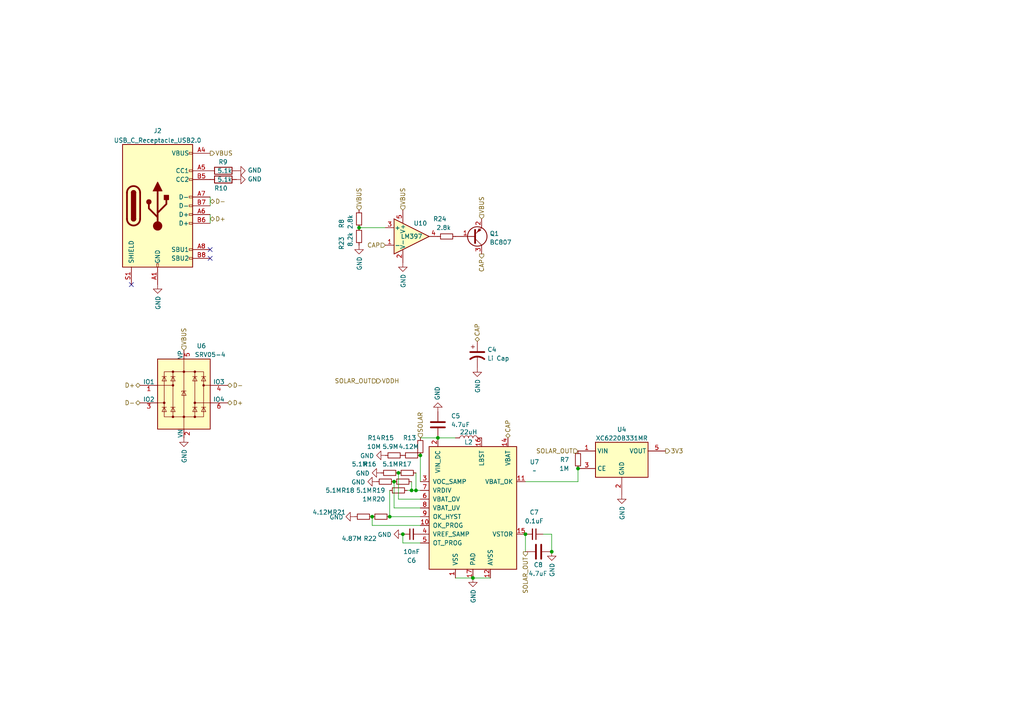
<source format=kicad_sch>
(kicad_sch (version 20211123) (generator eeschema)
  (paper "A4")
  (lib_symbols
    (symbol "Battery_Management:BQ25504" (pin_names (offset 1.016))
      (property "Reference" "U" (at -7.62 20.32 0))
      (property "Value" "BQ25504" (at -7.62 22.86 0))
      (symbol "BQ25504_0_1"
        (rectangle (start -12.7 17.78) (end 12.7 -17.78) (stroke (width 0.254)) (fill (type background)))
      )
      (symbol "BQ25504_1_1"
        (pin power_in line (at -5.08 -20.32 90) (length 2.54) (name "VSS") (number "1"))
        (pin input line (at -15.24 -5.08 0) (length 2.54) (name "OK_PROG") (number "10"))
        (pin output line (at 15.24 7.62 180) (length 2.54) (name "VBAT_OK") (number "11"))
        (pin power_in line (at 5.08 -20.32 90) (length 2.54) (name "AVSS") (number "12"))
        (pin passive line (at -5.08 -20.32 90) (length 2.54) hide (name "VSS") (number "13"))
        (pin power_out line (at 10.16 20.32 270) (length 2.54) (name "VBAT") (number "14"))
        (pin bidirectional line (at 15.24 -7.62 180) (length 2.54) (name "VSTOR") (number "15"))
        (pin bidirectional line (at 2.54 20.32 270) (length 2.54) (name "LBST") (number "16"))
        (pin passive line (at 0 -20.32 90) (length 2.54) (name "PAD") (number "17"))
        (pin power_in line (at -10.16 20.32 270) (length 2.54) (name "VIN_DC") (number "2"))
        (pin input line (at -15.24 7.62 0) (length 2.54) (name "VOC_SAMP") (number "3"))
        (pin bidirectional line (at -15.24 -7.62 0) (length 2.54) (name "VREF_SAMP") (number "4"))
        (pin input line (at -15.24 -10.16 0) (length 2.54) (name "OT_PROG") (number "5"))
        (pin input line (at -15.24 2.54 0) (length 2.54) (name "VBAT_OV") (number "6"))
        (pin output line (at -15.24 5.08 0) (length 2.54) (name "VRDIV") (number "7"))
        (pin input line (at -15.24 0 0) (length 2.54) (name "VBAT_UV") (number "8"))
        (pin input line (at -15.24 -2.54 0) (length 2.54) (name "OK_HYST") (number "9"))
      )
    )
    (symbol "Comparator:LM397" (pin_names (offset 0.127))
      (property "Reference" "U" (at 1.27 5.08 0))
      (property "Value" "LM397" (at 3.81 -5.08 0))
      (symbol "LM397_0_1"
        (polyline (pts (xy -5.08 5.08) (xy 5.08 0) (xy -5.08 -5.08) (xy -5.08 5.08)) (stroke (width 0.254)) (fill (type background)))
      )
      (symbol "LM397_1_1"
        (pin input line (at -7.62 -2.54 0) (length 2.54) (name "-") (number "1"))
        (pin power_in line (at -2.54 -7.62 90) (length 3.81) (name "V-") (number "2"))
        (pin input line (at -7.62 2.54 0) (length 2.54) (name "+") (number "3"))
        (pin open_collector line (at 7.62 0 180) (length 2.54) (name "~") (number "4"))
        (pin power_in line (at -2.54 7.62 270) (length 3.81) (name "V+") (number "5"))
      )
    )
    (symbol "Connector:USB_C_Receptacle_USB2.0" (pin_names (offset 1.016))
      (property "Reference" "J" (at -10.16 19.05 0))
      (property "Value" "USB_C_Receptacle_USB2.0" (at 19.05 19.05 0))
      (symbol "USB_C_Receptacle_USB2.0_0_0"
        (rectangle (start -0.254 -17.78) (end 0.254 -16.764))
        (rectangle (start 10.16 -14.986) (end 9.144 -15.494))
        (rectangle (start 10.16 -12.446) (end 9.144 -12.954))
        (rectangle (start 10.16 -4.826) (end 9.144 -5.334))
        (rectangle (start 10.16 -2.286) (end 9.144 -2.794))
        (rectangle (start 10.16 0.254) (end 9.144 -0.254))
        (rectangle (start 10.16 2.794) (end 9.144 2.286))
        (rectangle (start 10.16 7.874) (end 9.144 7.366))
        (rectangle (start 10.16 10.414) (end 9.144 9.906))
        (rectangle (start 10.16 15.494) (end 9.144 14.986))
      )
      (symbol "USB_C_Receptacle_USB2.0_0_1"
        (rectangle (start -10.16 17.78) (end 10.16 -17.78) (stroke (width 0.254)) (fill (type background)))
        (arc (start -8.89 -3.81) (mid -6.985 -5.715) (end -5.08 -3.81) (stroke (width 0.508)))
        (arc (start -7.62 -3.81) (mid -6.985 -4.445) (end -6.35 -3.81) (stroke (width 0.254)))
        (arc (start -7.62 -3.81) (mid -6.985 -4.445) (end -6.35 -3.81) (stroke (width 0.254)) (fill (type outline)))
        (rectangle (start -7.62 -3.81) (end -6.35 3.81) (stroke (width 0.254)) (fill (type outline)))
        (arc (start -6.35 3.81) (mid -6.985 4.445) (end -7.62 3.81) (stroke (width 0.254)))
        (arc (start -6.35 3.81) (mid -6.985 4.445) (end -7.62 3.81) (stroke (width 0.254)) (fill (type outline)))
        (arc (start -5.08 3.81) (mid -6.985 5.715) (end -8.89 3.81) (stroke (width 0.508)))
        (circle (center -2.54 1.143) (radius 0.635) (stroke (width 0.254)) (fill (type outline)))
        (circle (center 0 -5.842) (radius 1.27) (fill (type outline)))
        (polyline (pts (xy -8.89 -3.81) (xy -8.89 3.81)) (stroke (width 0.508)))
        (polyline (pts (xy -5.08 3.81) (xy -5.08 -3.81)) (stroke (width 0.508)))
        (polyline (pts (xy 0 -5.842) (xy 0 4.318)) (stroke (width 0.508)))
        (polyline (pts (xy 0 -3.302) (xy -2.54 -0.762) (xy -2.54 0.508)) (stroke (width 0.508)))
        (polyline (pts (xy 0 -2.032) (xy 2.54 0.508) (xy 2.54 1.778)) (stroke (width 0.508)))
        (polyline (pts (xy -1.27 4.318) (xy 0 6.858) (xy 1.27 4.318) (xy -1.27 4.318)) (stroke (width 0.254)) (fill (type outline)))
        (rectangle (start 1.905 1.778) (end 3.175 3.048) (stroke (width 0.254)) (fill (type outline)))
      )
      (symbol "USB_C_Receptacle_USB2.0_1_1"
        (pin passive line (at 0 -22.86 90) (length 5.08) (name "GND") (number "A1"))
        (pin passive line (at 0 -22.86 90) (length 5.08) hide (name "GND") (number "A12"))
        (pin passive line (at 15.24 15.24 180) (length 5.08) (name "VBUS") (number "A4"))
        (pin bidirectional line (at 15.24 10.16 180) (length 5.08) (name "CC1") (number "A5"))
        (pin bidirectional line (at 15.24 -2.54 180) (length 5.08) (name "D+") (number "A6"))
        (pin bidirectional line (at 15.24 2.54 180) (length 5.08) (name "D-") (number "A7"))
        (pin bidirectional line (at 15.24 -12.7 180) (length 5.08) (name "SBU1") (number "A8"))
        (pin passive line (at 15.24 15.24 180) (length 5.08) hide (name "VBUS") (number "A9"))
        (pin passive line (at 0 -22.86 90) (length 5.08) hide (name "GND") (number "B1"))
        (pin passive line (at 0 -22.86 90) (length 5.08) hide (name "GND") (number "B12"))
        (pin passive line (at 15.24 15.24 180) (length 5.08) hide (name "VBUS") (number "B4"))
        (pin bidirectional line (at 15.24 7.62 180) (length 5.08) (name "CC2") (number "B5"))
        (pin bidirectional line (at 15.24 -5.08 180) (length 5.08) (name "D+") (number "B6"))
        (pin bidirectional line (at 15.24 0 180) (length 5.08) (name "D-") (number "B7"))
        (pin bidirectional line (at 15.24 -15.24 180) (length 5.08) (name "SBU2") (number "B8"))
        (pin passive line (at 15.24 15.24 180) (length 5.08) hide (name "VBUS") (number "B9"))
        (pin passive line (at -7.62 -22.86 90) (length 5.08) (name "SHIELD") (number "S1"))
      )
    )
    (symbol "Device:C" (pin_numbers hide) (pin_names (offset 0.254))
      (property "Reference" "C" (at 0.635 2.54 0))
      (property "Value" "C" (at 0.635 -2.54 0))
      (symbol "C_0_1"
        (polyline (pts (xy -2.032 -0.762) (xy 2.032 -0.762)) (stroke (width 0.508)))
        (polyline (pts (xy -2.032 0.762) (xy 2.032 0.762)) (stroke (width 0.508)))
      )
      (symbol "C_1_1"
        (pin passive line (at 0 3.81 270) (length 2.794) (name "~") (number "1"))
        (pin passive line (at 0 -3.81 90) (length 2.794) (name "~") (number "2"))
      )
    )
    (symbol "Device:C_Polarized_US" (pin_numbers hide) (pin_names (offset 0.254) hide)
      (property "Reference" "C" (at 0.635 2.54 0))
      (property "Value" "C_Polarized_US" (at 0.635 -2.54 0))
      (symbol "C_Polarized_US_0_1"
        (polyline (pts (xy -2.032 0.762) (xy 2.032 0.762)) (stroke (width 0.508)))
        (polyline (pts (xy -1.778 2.286) (xy -0.762 2.286)))
        (polyline (pts (xy -1.27 1.778) (xy -1.27 2.794)))
        (arc (start 2.032 -1.27) (mid 0 -0.5572) (end -2.032 -1.27) (stroke (width 0.508)))
      )
      (symbol "C_Polarized_US_1_1"
        (pin passive line (at 0 3.81 270) (length 2.794) (name "~") (number "1"))
        (pin passive line (at 0 -3.81 90) (length 3.302) (name "~") (number "2"))
      )
    )
    (symbol "Device:C_Small" (pin_numbers hide) (pin_names (offset 0.254) hide)
      (property "Reference" "C" (at 0.254 1.778 0))
      (property "Value" "C_Small" (at 0.254 -2.032 0))
      (symbol "C_Small_0_1"
        (polyline (pts (xy -1.524 -0.508) (xy 1.524 -0.508)) (stroke (width 0.3302)))
        (polyline (pts (xy -1.524 0.508) (xy 1.524 0.508)) (stroke (width 0.3048)))
      )
      (symbol "C_Small_1_1"
        (pin passive line (at 0 2.54 270) (length 2.032) (name "~") (number "1"))
        (pin passive line (at 0 -2.54 90) (length 2.032) (name "~") (number "2"))
      )
    )
    (symbol "Device:L" (pin_numbers hide) (pin_names (offset 1.016) hide)
      (property "Reference" "L" (at -1.27 0 90))
      (property "Value" "L" (at 1.905 0 90))
      (symbol "L_0_1"
        (arc (start 0 -2.54) (mid 0.635 -1.905) (end 0 -1.27))
        (arc (start 0 -1.27) (mid 0.635 -0.635) (end 0 0))
        (arc (start 0 0) (mid 0.635 0.635) (end 0 1.27))
        (arc (start 0 1.27) (mid 0.635 1.905) (end 0 2.54))
      )
      (symbol "L_1_1"
        (pin passive line (at 0 3.81 270) (length 1.27) (name "1") (number "1"))
        (pin passive line (at 0 -3.81 90) (length 1.27) (name "2") (number "2"))
      )
    )
    (symbol "Device:R" (pin_numbers hide) (pin_names (offset 0))
      (property "Reference" "R" (at 2.032 0 90))
      (property "Value" "R" (at 0 0 90))
      (symbol "R_0_1"
        (rectangle (start -1.016 -2.54) (end 1.016 2.54) (stroke (width 0.254)))
      )
      (symbol "R_1_1"
        (pin passive line (at 0 3.81 270) (length 1.27) (name "~") (number "1"))
        (pin passive line (at 0 -3.81 90) (length 1.27) (name "~") (number "2"))
      )
    )
    (symbol "Device:R_Small" (pin_numbers hide) (pin_names (offset 0.254) hide)
      (property "Reference" "R" (at 0.762 0.508 0))
      (property "Value" "R_Small" (at 0.762 -1.016 0))
      (symbol "R_Small_0_1"
        (rectangle (start -0.762 1.778) (end 0.762 -1.778) (stroke (width 0.2032)))
      )
      (symbol "R_Small_1_1"
        (pin passive line (at 0 2.54 270) (length 0.762) (name "~") (number "1"))
        (pin passive line (at 0 -2.54 90) (length 0.762) (name "~") (number "2"))
      )
    )
    (symbol "Power_Protection:SRV05-4" (pin_names (offset 0))
      (property "Reference" "U" (at -5.08 11.43 0))
      (property "Value" "SRV05-4" (at 2.54 11.43 0))
      (symbol "SRV05-4_0_0"
        (rectangle (start -5.715 6.477) (end 5.715 -6.604))
        (polyline (pts (xy -3.175 -6.604) (xy -3.175 6.477)))
        (polyline (pts (xy 3.175 6.477) (xy 3.175 -6.604)))
      )
      (symbol "SRV05-4_0_1"
        (rectangle (start -7.62 10.16) (end 7.62 -10.16) (stroke (width 0.254)) (fill (type background)))
        (circle (center -5.715 -2.54) (radius 0.2794) (fill (type outline)))
        (circle (center -3.175 -6.604) (radius 0.2794) (fill (type outline)))
        (circle (center -3.175 2.54) (radius 0.2794) (fill (type outline)))
        (circle (center -3.175 6.477) (radius 0.2794) (fill (type outline)))
        (circle (center 0 -6.604) (radius 0.2794) (fill (type outline)))
        (polyline (pts (xy -7.747 2.54) (xy -3.175 2.54)))
        (polyline (pts (xy -7.62 -2.54) (xy -5.715 -2.54)))
        (polyline (pts (xy -5.08 -3.81) (xy -6.35 -3.81)))
        (polyline (pts (xy -5.08 5.08) (xy -6.35 5.08)))
        (polyline (pts (xy -2.54 -3.81) (xy -3.81 -3.81)))
        (polyline (pts (xy -2.54 5.08) (xy -3.81 5.08)))
        (polyline (pts (xy 0 10.16) (xy 0 -10.16)))
        (polyline (pts (xy 3.81 -3.81) (xy 2.54 -3.81)))
        (polyline (pts (xy 3.81 5.08) (xy 2.54 5.08)))
        (polyline (pts (xy 6.35 -3.81) (xy 5.08 -3.81)))
        (polyline (pts (xy 6.35 5.08) (xy 5.08 5.08)))
        (polyline (pts (xy 7.62 -2.54) (xy 3.175 -2.54)))
        (polyline (pts (xy 7.62 2.54) (xy 5.715 2.54)))
        (polyline (pts (xy 0.635 0.889) (xy -0.635 0.889) (xy -0.635 0.635)))
        (polyline (pts (xy -5.08 -5.08) (xy -6.35 -5.08) (xy -5.715 -3.81) (xy -5.08 -5.08)))
        (polyline (pts (xy -5.08 3.81) (xy -6.35 3.81) (xy -5.715 5.08) (xy -5.08 3.81)))
        (polyline (pts (xy -2.54 -5.08) (xy -3.81 -5.08) (xy -3.175 -3.81) (xy -2.54 -5.08)))
        (polyline (pts (xy -2.54 3.81) (xy -3.81 3.81) (xy -3.175 5.08) (xy -2.54 3.81)))
        (polyline (pts (xy 0.635 -0.381) (xy -0.635 -0.381) (xy 0 0.889) (xy 0.635 -0.381)))
        (polyline (pts (xy 3.81 -5.08) (xy 2.54 -5.08) (xy 3.175 -3.81) (xy 3.81 -5.08)))
        (polyline (pts (xy 3.81 3.81) (xy 2.54 3.81) (xy 3.175 5.08) (xy 3.81 3.81)))
        (polyline (pts (xy 6.35 -5.08) (xy 5.08 -5.08) (xy 5.715 -3.81) (xy 6.35 -5.08)))
        (polyline (pts (xy 6.35 3.81) (xy 5.08 3.81) (xy 5.715 5.08) (xy 6.35 3.81)))
        (circle (center 0 6.477) (radius 0.2794) (fill (type outline)))
        (circle (center 3.175 -6.604) (radius 0.2794) (fill (type outline)))
        (circle (center 3.175 -2.54) (radius 0.2794) (fill (type outline)))
        (circle (center 3.175 6.477) (radius 0.2794) (fill (type outline)))
        (circle (center 5.715 2.54) (radius 0.2794) (fill (type outline)))
      )
      (symbol "SRV05-4_1_1"
        (pin passive line (at -12.7 2.54 0) (length 5.08) (name "IO1") (number "1"))
        (pin passive line (at 0 -12.7 90) (length 2.54) (name "VN") (number "2"))
        (pin passive line (at -12.7 -2.54 0) (length 5.08) (name "IO2") (number "3"))
        (pin passive line (at 12.7 2.54 180) (length 5.08) (name "IO3") (number "4"))
        (pin passive line (at 0 12.7 270) (length 2.54) (name "VP") (number "5"))
        (pin passive line (at 12.7 -2.54 180) (length 5.08) (name "IO4") (number "6"))
      )
    )
    (symbol "Regulator_Linear:XC6220B331MR"
      (property "Reference" "U" (at 0 8.89 0))
      (property "Value" "XC6220B331MR" (at 0 6.35 0))
      (symbol "XC6220B331MR_0_1"
        (rectangle (start -7.62 5.08) (end 7.62 -5.08) (stroke (width 0.254)) (fill (type background)))
      )
      (symbol "XC6220B331MR_1_1"
        (pin power_in line (at -12.7 2.54 0) (length 5.08) (name "VIN") (number "1"))
        (pin power_in line (at 0 -10.16 90) (length 5.08) (name "GND") (number "2"))
        (pin input line (at -12.7 -2.54 0) (length 5.08) (name "CE") (number "3"))
        (pin no_connect line (at 12.7 -2.54 180) (length 5.08) hide (name "NC") (number "4"))
        (pin power_out line (at 12.7 2.54 180) (length 5.08) (name "VOUT") (number "5"))
      )
    )
    (symbol "Transistor_BJT:BC807" (pin_names (offset 0) hide)
      (property "Reference" "Q" (at 5.08 1.905 0))
      (property "Value" "BC807" (at 5.08 0 0))
      (symbol "BC807_0_1"
        (polyline (pts (xy 0.635 0.635) (xy 2.54 2.54)))
        (polyline (pts (xy 0.635 -0.635) (xy 2.54 -2.54) (xy 2.54 -2.54)))
        (polyline (pts (xy 0.635 1.905) (xy 0.635 -1.905) (xy 0.635 -1.905)) (stroke (width 0.508)))
        (polyline (pts (xy 2.286 -1.778) (xy 1.778 -2.286) (xy 1.27 -1.27) (xy 2.286 -1.778) (xy 2.286 -1.778)) (fill (type outline)))
        (circle (center 1.27 0) (radius 2.8194) (stroke (width 0.254)))
      )
      (symbol "BC807_1_1"
        (pin input line (at -5.08 0 0) (length 5.715) (name "B") (number "1"))
        (pin passive line (at 2.54 -5.08 90) (length 2.54) (name "E") (number "2"))
        (pin passive line (at 2.54 5.08 270) (length 2.54) (name "C") (number "3"))
      )
    )
    (symbol "power:GND" (power) (pin_names (offset 0))
      (property "Value" "GND" (at 0 -3.81 0))
      (symbol "GND_0_1"
        (polyline (pts (xy 0 0) (xy 0 -1.27) (xy 1.27 -1.27) (xy 0 -2.54) (xy -1.27 -1.27) (xy 0 -1.27)))
      )
      (symbol "GND_1_1"
        (pin power_in line (at 0 0 270) (length 0) hide (name "GND") (number "1"))
      )
    )
  )
  (junction (at 137.16 167.64))
  (junction (at 120.65 142.24))
  (junction (at 113.03 149.86))
  (junction (at 152.4 154.94))
  (junction (at 167.64 135.89))
  (junction (at 160.02 160.02))
  (junction (at 107.95 149.86))
  (junction (at 116.84 154.94))
  (junction (at 104.14 66.04))
  (junction (at 114.3 139.7))
  (junction (at 115.57 137.16))
  (junction (at 119.38 142.24))
  (junction (at 121.92 132.08))
  (junction (at 127 127))
  (no_connect (at 60.96 74.93))
  (no_connect (at 60.96 72.39))
  (no_connect (at 38.1 82.55))
  (wire (pts (xy 115.57 137.16) (xy 115.57 144.78)))
  (wire (pts (xy 113.03 142.24) (xy 113.03 149.86)))
  (wire (pts (xy 121.92 132.08) (xy 121.92 139.7)))
  (wire (pts (xy 120.65 137.16) (xy 120.65 142.24)))
  (wire (pts (xy 137.16 167.64) (xy 142.24 167.64)))
  (wire (pts (xy 114.3 147.32) (xy 121.92 147.32)))
  (wire (pts (xy 107.95 152.4) (xy 107.95 149.86)))
  (wire (pts (xy 119.38 142.24) (xy 120.65 142.24)))
  (wire (pts (xy 152.4 154.94) (xy 152.4 160.02)))
  (wire (pts (xy 104.14 66.04) (xy 111.76 66.04)))
  (wire (pts (xy 115.57 144.78) (xy 121.92 144.78)))
  (wire (pts (xy 157.48 154.94) (xy 160.02 154.94)))
  (wire (pts (xy 116.84 154.94) (xy 116.84 157.48)))
  (wire (pts (xy 114.3 139.7) (xy 114.3 147.32)))
  (wire (pts (xy 132.08 167.64) (xy 137.16 167.64)))
  (wire (pts (xy 60.96 62.23) (xy 60.96 64.77)))
  (wire (pts (xy 127 127) (xy 121.92 127)))
  (wire (pts (xy 113.03 149.86) (xy 121.92 149.86)))
  (wire (pts (xy 60.96 57.15) (xy 60.96 59.69)))
  (wire (pts (xy 120.65 142.24) (xy 121.92 142.24)))
  (wire (pts (xy 167.64 139.7) (xy 167.64 135.89)))
  (wire (pts (xy 127 127) (xy 132.08 127)))
  (wire (pts (xy 118.11 142.24) (xy 119.38 142.24)))
  (wire (pts (xy 121.92 152.4) (xy 107.95 152.4)))
  (wire (pts (xy 119.38 139.7) (xy 119.38 142.24)))
  (wire (pts (xy 160.02 154.94) (xy 160.02 160.02)))
  (wire (pts (xy 116.84 157.48) (xy 121.92 157.48)))
  (wire (pts (xy 152.4 139.7) (xy 167.64 139.7)))
  (hierarchical_label "VBUS" (shape input) (at 53.34 101.6 90))
  (hierarchical_label "D+" (shape bidirectional) (at 66.04 116.84 0))
  (hierarchical_label "VBUS" (shape input) (at 139.7 63.5 90))
  (hierarchical_label "VDDH" (shape output) (at 109.22 110.49 0))
  (hierarchical_label "3V3" (shape output) (at 193.04 130.81 0))
  (hierarchical_label "SOLAR" (shape input) (at 121.92 127 90))
  (hierarchical_label "CAP" (shape output) (at 139.7 73.66 270))
  (hierarchical_label "SOLAR_OUT" (shape input) (at 167.64 130.81 180))
  (hierarchical_label "D-" (shape bidirectional) (at 66.04 111.76 0))
  (hierarchical_label "CAP" (shape bidirectional) (at 147.32 127 90))
  (hierarchical_label "D-" (shape bidirectional) (at 40.64 116.84 180))
  (hierarchical_label "CAP" (shape input) (at 111.76 71.12 180))
  (hierarchical_label "VBUS" (shape input) (at 104.14 60.96 90))
  (hierarchical_label "VBUS" (shape input) (at 116.84 60.96 90))
  (hierarchical_label "VBUS" (shape output) (at 60.96 44.45 0))
  (hierarchical_label "SOLAR_OUT" (shape output) (at 152.4 160.02 270))
  (hierarchical_label "D-" (shape bidirectional) (at 60.96 58.42 0))
  (hierarchical_label "CAP" (shape bidirectional) (at 138.43 99.06 90))
  (hierarchical_label "D+" (shape bidirectional) (at 40.64 111.76 180))
  (hierarchical_label "D+" (shape bidirectional) (at 60.96 63.5 0))
  (hierarchical_label "SOLAR_OUT" (shape input) (at 109.22 110.49 180))
  (symbol (lib_id "Device:R_Small") (at 116.84 139.7 90) (unit 1)
    (property "Reference" "R19" (at 111.76 142.24 90) (effects (justify left)))
    (property "Value" "5.1M" (at 107.95 142.24 90) (effects (justify left)))
    (property "Footprint" "Resistor_SMD:R_0603_1608Metric" (effects hide))
  )
  (symbol (lib_id "Device:R") (at 64.77 49.53 270) (unit 1)
    (property "Reference" "R9" (at 66.04 46.99 90) (effects (justify right)))
    (property "Value" "5.1k" (at 67.31 49.53 90) (effects (justify right)))
    (property "Footprint" "Resistor_SMD:R_0603_1608Metric" (effects hide))
  )
  (symbol (lib_id "Device:C") (at 156.21 160.02 90) (unit 1)
    (property "Reference" "C8" (at 157.48 163.83 90) (effects (justify left)))
    (property "Value" "4.7uF" (at 158.75 166.37 90) (effects (justify left)))
    (property "Footprint" "Capacitor_SMD:C_0805_2012Metric" (effects hide))
  )
  (symbol (lib_id "power:GND") (at 104.14 71.12 0) (unit 1)
    (property "Reference" "#PWR03" (effects hide))
    (property "Value" "GND" (at 104.267 74.3712 90) (effects (justify right)))
  )
  (symbol (lib_id "power:GND") (at 180.34 143.51 0) (unit 1)
    (property "Reference" "#PWR0114" (effects hide))
    (property "Value" "GND" (at 180.467 146.7612 90) (effects (justify right)))
  )
  (symbol (lib_id "Device:R_Small") (at 118.11 137.16 90) (unit 1)
    (property "Reference" "R17" (at 119.38 134.62 90) (effects (justify left)))
    (property "Value" "5.1M" (at 115.57 134.62 90) (effects (justify left)))
    (property "Footprint" "Resistor_SMD:R_0603_1608Metric" (effects hide))
  )
  (symbol (lib_id "power:GND") (at 137.16 167.64 0) (unit 1)
    (property "Reference" "#PWR0112" (effects hide))
    (property "Value" "GND" (at 137.287 170.8912 90) (effects (justify right)))
  )
  (symbol (lib_id "Device:R_Small") (at 121.92 129.54 0) (unit 1)
    (property "Reference" "R13" (at 116.84 127 0) (effects (justify left)))
    (property "Value" "4.12M" (at 115.57 129.54 0) (effects (justify left)))
    (property "Footprint" "Resistor_SMD:R_0603_1608Metric" (effects hide))
  )
  (symbol (lib_id "Device:R_Small") (at 105.41 149.86 90) (unit 1)
    (property "Reference" "R21" (at 100.33 148.59 90) (effects (justify left)))
    (property "Value" "4.12M" (at 96.52 148.59 90) (effects (justify left)))
    (property "Footprint" "Resistor_SMD:R_0603_1608Metric" (effects hide))
  )
  (symbol (lib_id "Device:C_Small") (at 154.94 154.94 270) (unit 1)
    (property "Reference" "C7" (at 154.94 148.59 90))
    (property "Value" "0.1uF" (at 154.94 151.13 90))
    (property "Footprint" "Capacitor_SMD:C_0603_1608Metric" (effects hide))
  )
  (symbol (lib_id "power:GND") (at 116.84 76.2 0) (unit 1)
    (property "Reference" "#PWR0113" (effects hide))
    (property "Value" "GND" (at 116.967 79.4512 90) (effects (justify right)))
  )
  (symbol (lib_id "power:GND") (at 45.72 82.55 0) (unit 1)
    (property "Reference" "#PWR0117" (effects hide))
    (property "Value" "GND" (at 45.847 85.8012 90) (effects (justify right)))
  )
  (symbol (lib_id "power:GND") (at 160.02 160.02 0) (unit 1)
    (property "Reference" "#PWR0111" (effects hide))
    (property "Value" "GND" (at 160.147 163.2712 90) (effects (justify right)))
  )
  (symbol (lib_id "power:GND") (at 111.76 132.08 270) (unit 1)
    (property "Reference" "#PWR0116" (effects hide))
    (property "Value" "GND" (at 108.5088 132.207 90) (effects (justify right)))
  )
  (symbol (lib_id "power:GND") (at 116.84 154.94 270) (unit 1)
    (property "Reference" "#PWR0124" (effects hide))
    (property "Value" "GND" (at 113.5888 155.067 90) (effects (justify right)))
  )
  (symbol (lib_id "power:GND") (at 68.58 49.53 90) (unit 1)
    (property "Reference" "#PWR07" (effects hide))
    (property "Value" "GND" (at 71.8312 49.403 90) (effects (justify right)))
  )
  (symbol (lib_id "power:GND") (at 127 119.38 180) (unit 1)
    (property "Reference" "#PWR0120" (effects hide))
    (property "Value" "GND" (at 126.873 116.1288 90) (effects (justify right)))
  )
  (symbol (lib_id "Device:R_Small") (at 104.14 68.58 180) (unit 1)
    (property "Reference" "R23" (at 99.06 68.58 90) (effects (justify left)))
    (property "Value" "8.2k" (at 101.6 67.31 90) (effects (justify left)))
    (property "Footprint" "Resistor_SMD:R_0603_1608Metric" (effects hide))
  )
  (symbol (lib_id "Device:R_Small") (at 129.54 68.58 90) (unit 1)
    (property "Reference" "R24" (at 129.54 63.5 90) (effects (justify left)))
    (property "Value" "2.8k" (at 130.81 66.04 90) (effects (justify left)))
    (property "Footprint" "Resistor_SMD:R_0603_1608Metric" (effects hide))
  )
  (symbol (lib_id "Device:R_Small") (at 115.57 142.24 90) (unit 1)
    (property "Reference" "R20" (at 111.76 144.78 90) (effects (justify left)))
    (property "Value" "1M" (at 107.95 144.78 90) (effects (justify left)))
    (property "Footprint" "Resistor_SMD:R_0603_1608Metric" (effects hide))
  )
  (symbol (lib_id "Device:R_Small") (at 104.14 63.5 180) (unit 1)
    (property "Reference" "R8" (at 99.06 63.5 90) (effects (justify left)))
    (property "Value" "2.8k" (at 101.6 62.23 90) (effects (justify left)))
    (property "Footprint" "Resistor_SMD:R_0603_1608Metric" (effects hide))
  )
  (symbol (lib_id "power:GND") (at 102.87 149.86 270) (unit 1)
    (property "Reference" "#PWR0125" (effects hide))
    (property "Value" "GND" (at 99.6188 149.987 90) (effects (justify right)))
  )
  (symbol (lib_id "Regulator_Linear:XC6220B331MR") (at 180.34 133.35 0) (unit 1)
    (property "Reference" "U4" (at 180.34 124.5702 0))
    (property "Value" "XC6220B331MR" (at 180.34 127.1071 0))
    (property "Footprint" "Package_TO_SOT_SMD:SOT-23-5" (effects hide))
    (property "Datasheet" "https://www.torexsemi.com/file/xc6220/XC6220.pdf" (effects hide))
  )
  (symbol (lib_id "Device:L") (at 135.89 127 90) (unit 1)
    (property "Reference" "L2" (at 135.89 128.27 90))
    (property "Value" "22uH" (at 135.89 125.3291 90))
    (property "Footprint" "Inductor_SMD:L_Wuerth_WE-TPC-3816" (effects hide))
  )
  (symbol (lib_id "Device:C_Polarized_US") (at 138.43 102.87 0) (unit 1)
    (property "Reference" "C4" (at 141.351 101.4003 0) (effects (justify left)))
    (property "Value" "Li Cap" (at 141.351 103.9372 0) (effects (justify left)))
    (property "Footprint" "Capacitor_THT:CP_Radial_D16.0mm_P7.50mm" (effects hide))
  )
  (symbol (lib_id "Device:R_Small") (at 111.76 139.7 90) (unit 1)
    (property "Reference" "R18" (at 102.87 142.24 90) (effects (justify left)))
    (property "Value" "5.1M" (at 99.06 142.24 90) (effects (justify left)))
    (property "Footprint" "Resistor_SMD:R_0603_1608Metric" (effects hide))
  )
  (symbol (lib_id "Comparator:LM397") (at 119.38 68.58 0) (unit 1)
    (property "Reference" "U10" (at 121.92 64.77 0))
    (property "Value" "LM397" (at 119.38 68.58 0))
    (property "Footprint" "Package_TO_SOT_SMD:SOT-23-5" (effects hide))
    (property "Datasheet" "http://www.ti.com/lit/ds/symlink/lm397.pdf" (effects hide))
  )
  (symbol (lib_id "Battery_Management:BQ25504") (at 137.16 147.32 0) (unit 1)
    (property "Reference" "U7" (at 155.0254 133.9935 0))
    (property "Value" "~" (at 155.0254 136.5304 0))
    (property "Footprint" "Package_DFN_QFN:QFN-16-1EP_3x3mm_P0.5mm_EP1.7x1.7mm" (effects hide))
    (property "Datasheet" "http://www.ti.com/lit/ds/symlink/bq25504.pdf" (effects hide))
  )
  (symbol (lib_id "Connector:USB_C_Receptacle_USB2.0") (at 45.72 59.69 0) (unit 1)
    (property "Reference" "J2" (at 45.72 37.9435 0))
    (property "Value" "USB_C_Receptacle_USB2.0" (at 45.72 40.7186 0))
    (property "Footprint" "Connector_USB:USB_C_Receptacle_HRO_TYPE-C-31-M-12" (effects hide))
    (property "Datasheet" "https://www.usb.org/sites/default/files/documents/usb_type-c.zip" (effects hide))
  )
  (symbol (lib_id "power:GND") (at 110.49 137.16 270) (unit 1)
    (property "Reference" "#PWR0123" (effects hide))
    (property "Value" "GND" (at 107.2388 137.287 90) (effects (justify right)))
  )
  (symbol (lib_id "Device:R_Small") (at 119.38 132.08 90) (unit 1)
    (property "Reference" "R15" (at 114.3 127 90) (effects (justify left)))
    (property "Value" "5.9M" (at 115.57 129.54 90) (effects (justify left)))
    (property "Footprint" "Resistor_SMD:R_0603_1608Metric" (effects hide))
  )
  (symbol (lib_id "power:GND") (at 68.58 52.07 90) (unit 1)
    (property "Reference" "#PWR08" (effects hide))
    (property "Value" "GND" (at 71.8312 51.943 90) (effects (justify right)))
  )
  (symbol (lib_id "Device:C_Small") (at 119.38 154.94 90) (unit 1)
    (property "Reference" "C6" (at 119.38 162.56 90))
    (property "Value" "10nF" (at 119.38 160.02 90))
    (property "Footprint" "Capacitor_SMD:C_0603_1608Metric" (effects hide))
  )
  (symbol (lib_id "Device:R_Small") (at 110.49 149.86 270) (unit 1)
    (property "Reference" "R22" (at 105.41 156.21 90) (effects (justify left)))
    (property "Value" "4.87M" (at 99.06 156.21 90) (effects (justify left)))
    (property "Footprint" "Resistor_SMD:R_0603_1608Metric" (effects hide))
  )
  (symbol (lib_id "power:GND") (at 53.34 127 0) (unit 1)
    (property "Reference" "#PWR0118" (effects hide))
    (property "Value" "GND" (at 53.467 130.2512 90) (effects (justify right)))
  )
  (symbol (lib_id "power:GND") (at 138.43 106.68 0) (unit 1)
    (property "Reference" "#PWR0121" (effects hide))
    (property "Value" "GND" (at 138.557 109.9312 90) (effects (justify right)))
  )
  (symbol (lib_id "Device:R") (at 64.77 52.07 270) (unit 1)
    (property "Reference" "R10" (at 66.04 54.61 90) (effects (justify right)))
    (property "Value" "5.1k" (at 67.31 52.07 90) (effects (justify right)))
    (property "Footprint" "Resistor_SMD:R_0603_1608Metric" (effects hide))
  )
  (symbol (lib_id "Device:R_Small") (at 114.3 132.08 90) (unit 1)
    (property "Reference" "R14" (at 110.49 127 90) (effects (justify left)))
    (property "Value" "10M" (at 110.49 129.54 90) (effects (justify left)))
    (property "Footprint" "Resistor_SMD:R_0603_1608Metric" (effects hide))
  )
  (symbol (lib_id "power:GND") (at 109.22 139.7 270) (unit 1)
    (property "Reference" "#PWR0122" (effects hide))
    (property "Value" "GND" (at 105.9688 139.827 90) (effects (justify right)))
  )
  (symbol (lib_id "Device:R_Small") (at 167.64 133.35 180) (unit 1)
    (property "Reference" "R7" (at 165.1 133.35 0) (effects (justify left)))
    (property "Value" "1M" (at 165.1 135.89 0) (effects (justify left)))
    (property "Footprint" "Resistor_SMD:R_0603_1608Metric" (effects hide))
  )
  (symbol (lib_id "Device:C") (at 127 123.19 0) (unit 1)
    (property "Reference" "C5" (at 130.81 120.65 0) (effects (justify left)))
    (property "Value" "4.7uF" (at 130.81 123.19 0) (effects (justify left)))
    (property "Footprint" "Capacitor_SMD:C_0603_1608Metric" (effects hide))
  )
  (symbol (lib_id "Device:R_Small") (at 113.03 137.16 90) (unit 1)
    (property "Reference" "R16" (at 109.22 134.62 90) (effects (justify left)))
    (property "Value" "5.1M" (at 106.68 134.62 90) (effects (justify left)))
    (property "Footprint" "Resistor_SMD:R_0603_1608Metric" (effects hide))
  )
  (symbol (lib_id "Power_Protection:SRV05-4") (at 53.34 114.3 0) (unit 1)
    (property "Reference" "U6" (at 58.42 100.33 0))
    (property "Value" "SRV05-4" (at 60.96 102.87 0))
    (property "Footprint" "Package_TO_SOT_SMD:SOT-23-6" (effects hide))
    (property "Datasheet" "http://www.onsemi.com/pub/Collateral/SRV05-4-D.PDF" (effects hide))
  )
  (symbol (lib_id "Transistor_BJT:BC807") (at 137.16 68.58 0) (mirror x) (unit 1)
    (property "Reference" "Q1" (at 142.0114 67.7453 0) (effects (justify left)))
    (property "Value" "BC807" (at 142.0114 70.2822 0) (effects (justify left)))
    (property "Footprint" "Package_TO_SOT_SMD:SOT-23" (effects hide))
    (property "Datasheet" "https://www.onsemi.com/pub/Collateral/BC808-D.pdf" (effects hide))
  )
)
</source>
